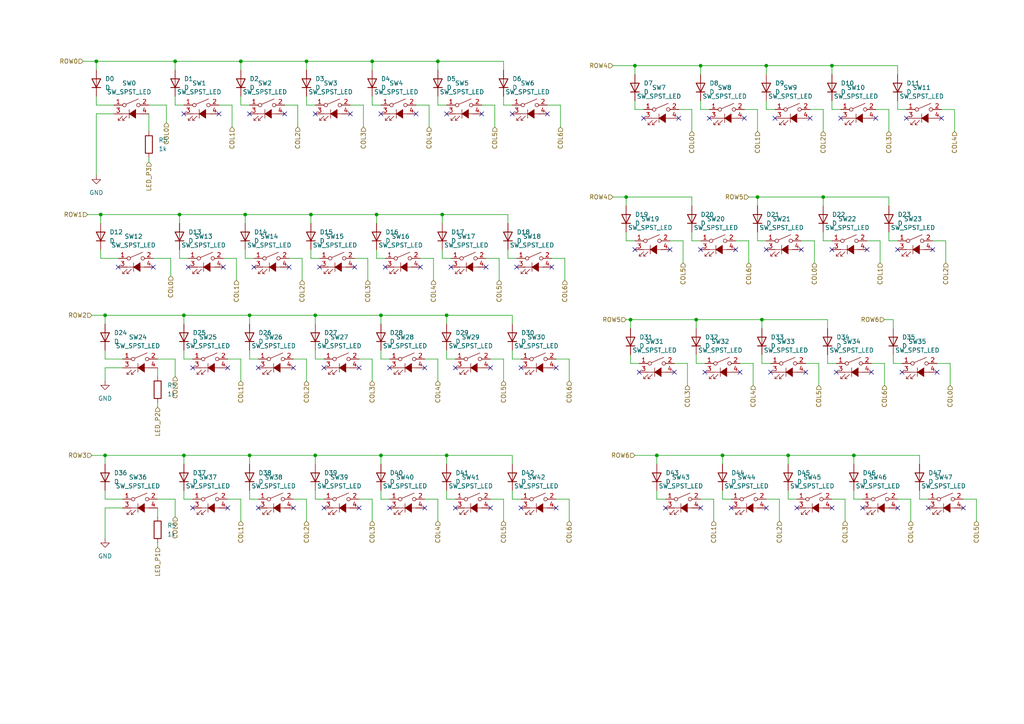
<source format=kicad_sch>
(kicad_sch (version 20230121) (generator eeschema)
  (paper "A4")
  (junction (at 209.55 132.08))
  (junction (at 228.6 132.08))
  (junction (at 30.48 91.44))
  (junction (at 72.39 91.44))
  (junction (at 53.34 91.44))
  (junction (at 220.98 92.71))
  (junction (at 110.49 132.08))
  (junction (at 203.2 19.05))
  (junction (at 88.9 17.78))
  (junction (at 72.39 132.08))
  (junction (at 190.5 132.08))
  (junction (at 52.07 62.23))
  (junction (at 241.3 19.05))
  (junction (at 91.44 132.08))
  (junction (at 201.93 92.71))
  (junction (at 181.61 57.15))
  (junction (at 50.8 17.78))
  (junction (at 219.71 57.15))
  (junction (at 127 17.78))
  (junction (at 53.34 132.08))
  (junction (at 222.25 19.05))
  (junction (at 129.54 132.08))
  (junction (at 29.21 62.23))
  (junction (at 184.15 19.05))
  (junction (at 27.94 17.78))
  (junction (at 107.95 17.78))
  (junction (at 91.44 91.44))
  (junction (at 129.54 91.44))
  (junction (at 238.76 57.15))
  (junction (at 30.48 132.08))
  (junction (at 182.88 92.71))
  (junction (at 90.17 62.23))
  (junction (at 71.12 62.23))
  (junction (at 128.27 62.23))
  (junction (at 247.65 132.08))
  (junction (at 110.49 91.44))
  (junction (at 69.85 17.78))
  (junction (at 109.22 62.23))
  (no_connect (at 273.05 34.29))
  (no_connect (at 139.7 33.02))
  (no_connect (at 130.81 77.47))
  (no_connect (at 262.89 34.29))
  (no_connect (at 151.13 106.68))
  (no_connect (at 104.14 106.68))
  (no_connect (at 93.98 147.32))
  (no_connect (at 85.09 147.32))
  (no_connect (at 55.88 106.68))
  (no_connect (at 184.15 72.39))
  (no_connect (at 73.66 77.47))
  (no_connect (at 132.08 106.68))
  (no_connect (at 140.97 77.47))
  (no_connect (at 91.44 33.02))
  (no_connect (at 74.93 147.32))
  (no_connect (at 120.65 33.02))
  (no_connect (at 214.63 107.95))
  (no_connect (at 129.54 33.02))
  (no_connect (at 110.49 33.02))
  (no_connect (at 63.5 33.02))
  (no_connect (at 270.51 72.39))
  (no_connect (at 223.52 107.95))
  (no_connect (at 243.84 34.29))
  (no_connect (at 241.3 147.32))
  (no_connect (at 54.61 77.47))
  (no_connect (at 123.19 147.32))
  (no_connect (at 232.41 72.39))
  (no_connect (at 113.03 147.32))
  (no_connect (at 203.2 147.32))
  (no_connect (at 142.24 147.32))
  (no_connect (at 231.14 147.32))
  (no_connect (at 82.55 33.02))
  (no_connect (at 260.35 72.39))
  (no_connect (at 44.45 77.47))
  (no_connect (at 269.24 147.32))
  (no_connect (at 72.39 33.02))
  (no_connect (at 93.98 106.68))
  (no_connect (at 102.87 77.47))
  (no_connect (at 161.29 106.68))
  (no_connect (at 260.35 147.32))
  (no_connect (at 204.47 107.95))
  (no_connect (at 85.09 106.68))
  (no_connect (at 215.9 34.29))
  (no_connect (at 224.79 34.29))
  (no_connect (at 74.93 106.68))
  (no_connect (at 222.25 147.32))
  (no_connect (at 158.75 33.02))
  (no_connect (at 123.19 106.68))
  (no_connect (at 252.73 107.95))
  (no_connect (at 271.78 107.95))
  (no_connect (at 212.09 147.32))
  (no_connect (at 213.36 72.39))
  (no_connect (at 53.34 33.02))
  (no_connect (at 194.31 72.39))
  (no_connect (at 160.02 77.47))
  (no_connect (at 66.04 147.32))
  (no_connect (at 242.57 107.95))
  (no_connect (at 195.58 107.95))
  (no_connect (at 203.2 72.39))
  (no_connect (at 151.13 147.32))
  (no_connect (at 196.85 34.29))
  (no_connect (at 149.86 77.47))
  (no_connect (at 142.24 106.68))
  (no_connect (at 251.46 72.39))
  (no_connect (at 121.92 77.47))
  (no_connect (at 233.68 107.95))
  (no_connect (at 254 34.29))
  (no_connect (at 185.42 107.95))
  (no_connect (at 66.04 106.68))
  (no_connect (at 34.29 77.47))
  (no_connect (at 261.62 107.95))
  (no_connect (at 279.4 147.32))
  (no_connect (at 161.29 147.32))
  (no_connect (at 148.59 33.02))
  (no_connect (at 55.88 147.32))
  (no_connect (at 250.19 147.32))
  (no_connect (at 83.82 77.47))
  (no_connect (at 241.3 72.39))
  (no_connect (at 234.95 34.29))
  (no_connect (at 64.77 77.47))
  (no_connect (at 101.6 33.02))
  (no_connect (at 111.76 77.47))
  (no_connect (at 193.04 147.32))
  (no_connect (at 186.69 34.29))
  (no_connect (at 113.03 106.68))
  (no_connect (at 104.14 147.32))
  (no_connect (at 205.74 34.29))
  (no_connect (at 92.71 77.47))
  (no_connect (at 132.08 147.32))
  (no_connect (at 222.25 72.39))
  (wire (pts (xy 201.93 105.41) (xy 204.47 105.41)))
  (wire (pts (xy 200.66 31.75) (xy 200.66 38.1)))
  (wire (pts (xy 260.35 29.21) (xy 260.35 31.75)))
  (wire (pts (xy 194.31 69.85) (xy 198.12 69.85)))
  (wire (pts (xy 109.22 72.39) (xy 109.22 74.93)))
  (wire (pts (xy 148.59 91.44) (xy 148.59 93.98)))
  (wire (pts (xy 209.55 132.08) (xy 209.55 134.62)))
  (wire (pts (xy 26.67 91.44) (xy 30.48 91.44)))
  (wire (pts (xy 139.7 30.48) (xy 143.51 30.48)))
  (wire (pts (xy 110.49 101.6) (xy 110.49 104.14)))
  (wire (pts (xy 30.48 91.44) (xy 53.34 91.44)))
  (wire (pts (xy 30.48 132.08) (xy 30.48 134.62)))
  (wire (pts (xy 165.1 144.78) (xy 165.1 151.13)))
  (wire (pts (xy 182.88 105.41) (xy 185.42 105.41)))
  (wire (pts (xy 222.25 19.05) (xy 222.25 21.59)))
  (wire (pts (xy 190.5 132.08) (xy 209.55 132.08)))
  (wire (pts (xy 222.25 144.78) (xy 226.06 144.78)))
  (wire (pts (xy 101.6 30.48) (xy 105.41 30.48)))
  (wire (pts (xy 91.44 144.78) (xy 93.98 144.78)))
  (wire (pts (xy 147.32 72.39) (xy 147.32 74.93)))
  (wire (pts (xy 222.25 31.75) (xy 224.79 31.75)))
  (wire (pts (xy 240.03 105.41) (xy 242.57 105.41)))
  (wire (pts (xy 107.95 17.78) (xy 127 17.78)))
  (wire (pts (xy 203.2 19.05) (xy 203.2 21.59)))
  (wire (pts (xy 53.34 91.44) (xy 53.34 93.98)))
  (wire (pts (xy 45.72 116.84) (xy 45.72 118.11)))
  (wire (pts (xy 142.24 104.14) (xy 146.05 104.14)))
  (wire (pts (xy 30.48 106.68) (xy 30.48 110.49)))
  (wire (pts (xy 234.95 31.75) (xy 238.76 31.75)))
  (wire (pts (xy 71.12 72.39) (xy 71.12 74.93)))
  (wire (pts (xy 276.86 31.75) (xy 276.86 38.1)))
  (wire (pts (xy 238.76 57.15) (xy 257.81 57.15)))
  (wire (pts (xy 50.8 27.94) (xy 50.8 30.48)))
  (wire (pts (xy 260.35 144.78) (xy 264.16 144.78)))
  (wire (pts (xy 255.27 69.85) (xy 255.27 76.2)))
  (wire (pts (xy 110.49 132.08) (xy 110.49 134.62)))
  (wire (pts (xy 283.21 144.78) (xy 283.21 151.13)))
  (wire (pts (xy 45.72 144.78) (xy 50.8 144.78)))
  (wire (pts (xy 196.85 31.75) (xy 200.66 31.75)))
  (wire (pts (xy 124.46 30.48) (xy 124.46 36.83)))
  (wire (pts (xy 44.45 74.93) (xy 49.53 74.93)))
  (wire (pts (xy 177.8 57.15) (xy 181.61 57.15)))
  (wire (pts (xy 181.61 92.71) (xy 182.88 92.71)))
  (wire (pts (xy 260.35 19.05) (xy 260.35 21.59)))
  (wire (pts (xy 107.95 30.48) (xy 110.49 30.48)))
  (wire (pts (xy 90.17 72.39) (xy 90.17 74.93)))
  (wire (pts (xy 43.18 33.02) (xy 43.18 38.1)))
  (wire (pts (xy 273.05 31.75) (xy 276.86 31.75)))
  (wire (pts (xy 232.41 69.85) (xy 236.22 69.85)))
  (wire (pts (xy 219.71 57.15) (xy 219.71 59.69)))
  (wire (pts (xy 220.98 105.41) (xy 223.52 105.41)))
  (wire (pts (xy 91.44 132.08) (xy 91.44 134.62)))
  (wire (pts (xy 142.24 144.78) (xy 146.05 144.78)))
  (wire (pts (xy 228.6 132.08) (xy 228.6 134.62)))
  (wire (pts (xy 181.61 57.15) (xy 181.61 59.69)))
  (wire (pts (xy 245.11 144.78) (xy 245.11 151.13)))
  (wire (pts (xy 147.32 62.23) (xy 147.32 64.77)))
  (wire (pts (xy 254 31.75) (xy 257.81 31.75)))
  (wire (pts (xy 72.39 132.08) (xy 72.39 134.62)))
  (wire (pts (xy 161.29 104.14) (xy 165.1 104.14)))
  (wire (pts (xy 90.17 62.23) (xy 109.22 62.23)))
  (wire (pts (xy 181.61 57.15) (xy 200.66 57.15)))
  (wire (pts (xy 50.8 30.48) (xy 53.34 30.48)))
  (wire (pts (xy 146.05 27.94) (xy 146.05 30.48)))
  (wire (pts (xy 71.12 62.23) (xy 71.12 64.77)))
  (wire (pts (xy 90.17 62.23) (xy 90.17 64.77)))
  (wire (pts (xy 66.04 104.14) (xy 69.85 104.14)))
  (wire (pts (xy 30.48 147.32) (xy 35.56 147.32)))
  (wire (pts (xy 106.68 74.93) (xy 106.68 81.28)))
  (wire (pts (xy 148.59 144.78) (xy 151.13 144.78)))
  (wire (pts (xy 72.39 101.6) (xy 72.39 104.14)))
  (wire (pts (xy 88.9 27.94) (xy 88.9 30.48)))
  (wire (pts (xy 181.61 67.31) (xy 181.61 69.85)))
  (wire (pts (xy 146.05 30.48) (xy 148.59 30.48)))
  (wire (pts (xy 27.94 30.48) (xy 33.02 30.48)))
  (wire (pts (xy 209.55 132.08) (xy 228.6 132.08)))
  (wire (pts (xy 50.8 17.78) (xy 50.8 20.32)))
  (wire (pts (xy 88.9 17.78) (xy 88.9 20.32)))
  (wire (pts (xy 129.54 142.24) (xy 129.54 144.78)))
  (wire (pts (xy 107.95 104.14) (xy 107.95 110.49)))
  (wire (pts (xy 203.2 144.78) (xy 207.01 144.78)))
  (wire (pts (xy 127 144.78) (xy 127 151.13)))
  (wire (pts (xy 146.05 104.14) (xy 146.05 110.49)))
  (wire (pts (xy 140.97 74.93) (xy 144.78 74.93)))
  (wire (pts (xy 213.36 69.85) (xy 217.17 69.85)))
  (wire (pts (xy 148.59 101.6) (xy 148.59 104.14)))
  (wire (pts (xy 125.73 74.93) (xy 125.73 81.28)))
  (wire (pts (xy 233.68 105.41) (xy 237.49 105.41)))
  (wire (pts (xy 53.34 101.6) (xy 53.34 104.14)))
  (wire (pts (xy 91.44 104.14) (xy 93.98 104.14)))
  (wire (pts (xy 257.81 57.15) (xy 257.81 59.69)))
  (wire (pts (xy 25.4 62.23) (xy 29.21 62.23)))
  (wire (pts (xy 163.83 74.93) (xy 163.83 81.28)))
  (wire (pts (xy 259.08 105.41) (xy 261.62 105.41)))
  (wire (pts (xy 203.2 29.21) (xy 203.2 31.75)))
  (wire (pts (xy 53.34 132.08) (xy 53.34 134.62)))
  (wire (pts (xy 146.05 144.78) (xy 146.05 151.13)))
  (wire (pts (xy 69.85 144.78) (xy 69.85 151.13)))
  (wire (pts (xy 53.34 142.24) (xy 53.34 144.78)))
  (wire (pts (xy 127 30.48) (xy 129.54 30.48)))
  (wire (pts (xy 247.65 142.24) (xy 247.65 144.78)))
  (wire (pts (xy 128.27 62.23) (xy 147.32 62.23)))
  (wire (pts (xy 219.71 67.31) (xy 219.71 69.85)))
  (wire (pts (xy 86.36 30.48) (xy 86.36 36.83)))
  (wire (pts (xy 50.8 104.14) (xy 50.8 109.22)))
  (wire (pts (xy 228.6 144.78) (xy 231.14 144.78)))
  (wire (pts (xy 50.8 17.78) (xy 69.85 17.78)))
  (wire (pts (xy 109.22 74.93) (xy 111.76 74.93)))
  (wire (pts (xy 83.82 74.93) (xy 87.63 74.93)))
  (wire (pts (xy 220.98 102.87) (xy 220.98 105.41)))
  (wire (pts (xy 30.48 104.14) (xy 35.56 104.14)))
  (wire (pts (xy 52.07 72.39) (xy 52.07 74.93)))
  (wire (pts (xy 226.06 144.78) (xy 226.06 151.13)))
  (wire (pts (xy 219.71 69.85) (xy 222.25 69.85)))
  (wire (pts (xy 182.88 92.71) (xy 182.88 95.25)))
  (wire (pts (xy 148.59 142.24) (xy 148.59 144.78)))
  (wire (pts (xy 199.39 105.41) (xy 199.39 111.76)))
  (wire (pts (xy 240.03 102.87) (xy 240.03 105.41)))
  (wire (pts (xy 271.78 105.41) (xy 275.59 105.41)))
  (wire (pts (xy 127 104.14) (xy 127 110.49)))
  (wire (pts (xy 53.34 91.44) (xy 72.39 91.44)))
  (wire (pts (xy 88.9 30.48) (xy 91.44 30.48)))
  (wire (pts (xy 110.49 91.44) (xy 110.49 93.98)))
  (wire (pts (xy 69.85 17.78) (xy 88.9 17.78)))
  (wire (pts (xy 127 17.78) (xy 127 20.32)))
  (wire (pts (xy 72.39 144.78) (xy 74.93 144.78)))
  (wire (pts (xy 259.08 92.71) (xy 259.08 95.25)))
  (wire (pts (xy 128.27 74.93) (xy 130.81 74.93)))
  (wire (pts (xy 104.14 144.78) (xy 107.95 144.78)))
  (wire (pts (xy 274.32 69.85) (xy 274.32 76.2)))
  (wire (pts (xy 49.53 74.93) (xy 49.53 80.01)))
  (wire (pts (xy 238.76 67.31) (xy 238.76 69.85)))
  (wire (pts (xy 251.46 69.85) (xy 255.27 69.85)))
  (wire (pts (xy 165.1 104.14) (xy 165.1 110.49)))
  (wire (pts (xy 110.49 104.14) (xy 113.03 104.14)))
  (wire (pts (xy 148.59 132.08) (xy 148.59 134.62)))
  (wire (pts (xy 27.94 17.78) (xy 27.94 20.32)))
  (wire (pts (xy 110.49 144.78) (xy 113.03 144.78)))
  (wire (pts (xy 69.85 104.14) (xy 69.85 110.49)))
  (wire (pts (xy 71.12 74.93) (xy 73.66 74.93)))
  (wire (pts (xy 247.65 132.08) (xy 266.7 132.08)))
  (wire (pts (xy 72.39 104.14) (xy 74.93 104.14)))
  (wire (pts (xy 87.63 74.93) (xy 87.63 81.28)))
  (wire (pts (xy 143.51 30.48) (xy 143.51 36.83)))
  (wire (pts (xy 236.22 69.85) (xy 236.22 76.2)))
  (wire (pts (xy 88.9 17.78) (xy 107.95 17.78)))
  (wire (pts (xy 43.18 45.72) (xy 43.18 46.99)))
  (wire (pts (xy 162.56 30.48) (xy 162.56 36.83)))
  (wire (pts (xy 129.54 101.6) (xy 129.54 104.14)))
  (wire (pts (xy 27.94 27.94) (xy 27.94 30.48)))
  (wire (pts (xy 222.25 29.21) (xy 222.25 31.75)))
  (wire (pts (xy 270.51 69.85) (xy 274.32 69.85)))
  (wire (pts (xy 219.71 31.75) (xy 219.71 38.1)))
  (wire (pts (xy 146.05 17.78) (xy 146.05 20.32)))
  (wire (pts (xy 257.81 31.75) (xy 257.81 38.1)))
  (wire (pts (xy 27.94 17.78) (xy 50.8 17.78)))
  (wire (pts (xy 144.78 74.93) (xy 144.78 81.28)))
  (wire (pts (xy 160.02 74.93) (xy 163.83 74.93)))
  (wire (pts (xy 203.2 19.05) (xy 222.25 19.05)))
  (wire (pts (xy 209.55 144.78) (xy 212.09 144.78)))
  (wire (pts (xy 91.44 91.44) (xy 91.44 93.98)))
  (wire (pts (xy 129.54 104.14) (xy 132.08 104.14)))
  (wire (pts (xy 27.94 33.02) (xy 27.94 50.8)))
  (wire (pts (xy 29.21 74.93) (xy 34.29 74.93)))
  (wire (pts (xy 252.73 105.41) (xy 256.54 105.41)))
  (wire (pts (xy 107.95 17.78) (xy 107.95 20.32)))
  (wire (pts (xy 266.7 132.08) (xy 266.7 134.62)))
  (wire (pts (xy 85.09 104.14) (xy 88.9 104.14)))
  (wire (pts (xy 259.08 102.87) (xy 259.08 105.41)))
  (wire (pts (xy 201.93 92.71) (xy 201.93 95.25)))
  (wire (pts (xy 147.32 74.93) (xy 149.86 74.93)))
  (wire (pts (xy 30.48 132.08) (xy 53.34 132.08)))
  (wire (pts (xy 266.7 142.24) (xy 266.7 144.78)))
  (wire (pts (xy 102.87 74.93) (xy 106.68 74.93)))
  (wire (pts (xy 198.12 69.85) (xy 198.12 76.2)))
  (wire (pts (xy 53.34 104.14) (xy 55.88 104.14)))
  (wire (pts (xy 195.58 105.41) (xy 199.39 105.41)))
  (wire (pts (xy 71.12 62.23) (xy 90.17 62.23)))
  (wire (pts (xy 26.67 132.08) (xy 30.48 132.08)))
  (wire (pts (xy 214.63 105.41) (xy 218.44 105.41)))
  (wire (pts (xy 129.54 144.78) (xy 132.08 144.78)))
  (wire (pts (xy 257.81 69.85) (xy 260.35 69.85)))
  (wire (pts (xy 123.19 144.78) (xy 127 144.78)))
  (wire (pts (xy 279.4 144.78) (xy 283.21 144.78)))
  (wire (pts (xy 190.5 144.78) (xy 193.04 144.78)))
  (wire (pts (xy 121.92 74.93) (xy 125.73 74.93)))
  (wire (pts (xy 240.03 92.71) (xy 240.03 95.25)))
  (wire (pts (xy 64.77 74.93) (xy 68.58 74.93)))
  (wire (pts (xy 220.98 92.71) (xy 240.03 92.71)))
  (wire (pts (xy 123.19 104.14) (xy 127 104.14)))
  (wire (pts (xy 30.48 147.32) (xy 30.48 156.21)))
  (wire (pts (xy 27.94 33.02) (xy 33.02 33.02)))
  (wire (pts (xy 109.22 62.23) (xy 128.27 62.23)))
  (wire (pts (xy 190.5 132.08) (xy 190.5 134.62)))
  (wire (pts (xy 53.34 144.78) (xy 55.88 144.78)))
  (wire (pts (xy 127 17.78) (xy 146.05 17.78)))
  (wire (pts (xy 88.9 104.14) (xy 88.9 110.49)))
  (wire (pts (xy 91.44 101.6) (xy 91.44 104.14)))
  (wire (pts (xy 184.15 132.08) (xy 190.5 132.08)))
  (wire (pts (xy 88.9 144.78) (xy 88.9 151.13)))
  (wire (pts (xy 260.35 31.75) (xy 262.89 31.75)))
  (wire (pts (xy 217.17 57.15) (xy 219.71 57.15)))
  (wire (pts (xy 184.15 31.75) (xy 186.69 31.75)))
  (wire (pts (xy 52.07 62.23) (xy 71.12 62.23)))
  (wire (pts (xy 30.48 106.68) (xy 35.56 106.68)))
  (wire (pts (xy 256.54 92.71) (xy 259.08 92.71)))
  (wire (pts (xy 68.58 74.93) (xy 68.58 81.28)))
  (wire (pts (xy 30.48 144.78) (xy 35.56 144.78)))
  (wire (pts (xy 129.54 132.08) (xy 129.54 134.62)))
  (wire (pts (xy 177.8 19.05) (xy 184.15 19.05)))
  (wire (pts (xy 215.9 31.75) (xy 219.71 31.75)))
  (wire (pts (xy 217.17 69.85) (xy 217.17 76.2)))
  (wire (pts (xy 200.66 69.85) (xy 203.2 69.85)))
  (wire (pts (xy 129.54 91.44) (xy 148.59 91.44)))
  (wire (pts (xy 182.88 102.87) (xy 182.88 105.41)))
  (wire (pts (xy 110.49 142.24) (xy 110.49 144.78)))
  (wire (pts (xy 43.18 30.48) (xy 48.26 30.48)))
  (wire (pts (xy 109.22 62.23) (xy 109.22 64.77)))
  (wire (pts (xy 128.27 72.39) (xy 128.27 74.93)))
  (wire (pts (xy 241.3 144.78) (xy 245.11 144.78)))
  (wire (pts (xy 90.17 74.93) (xy 92.71 74.93)))
  (wire (pts (xy 29.21 72.39) (xy 29.21 74.93)))
  (wire (pts (xy 241.3 19.05) (xy 260.35 19.05)))
  (wire (pts (xy 181.61 69.85) (xy 184.15 69.85)))
  (wire (pts (xy 238.76 69.85) (xy 241.3 69.85)))
  (wire (pts (xy 184.15 29.21) (xy 184.15 31.75)))
  (wire (pts (xy 85.09 144.78) (xy 88.9 144.78)))
  (wire (pts (xy 30.48 91.44) (xy 30.48 93.98)))
  (wire (pts (xy 52.07 74.93) (xy 54.61 74.93)))
  (wire (pts (xy 45.72 104.14) (xy 50.8 104.14)))
  (wire (pts (xy 110.49 132.08) (xy 129.54 132.08)))
  (wire (pts (xy 161.29 144.78) (xy 165.1 144.78)))
  (wire (pts (xy 264.16 144.78) (xy 264.16 151.13)))
  (wire (pts (xy 228.6 142.24) (xy 228.6 144.78)))
  (wire (pts (xy 220.98 92.71) (xy 220.98 95.25)))
  (wire (pts (xy 200.66 57.15) (xy 200.66 59.69)))
  (wire (pts (xy 66.04 144.78) (xy 69.85 144.78)))
  (wire (pts (xy 45.72 157.48) (xy 45.72 158.75)))
  (wire (pts (xy 128.27 62.23) (xy 128.27 64.77)))
  (wire (pts (xy 275.59 105.41) (xy 275.59 111.76)))
  (wire (pts (xy 110.49 91.44) (xy 129.54 91.44)))
  (wire (pts (xy 127 27.94) (xy 127 30.48)))
  (wire (pts (xy 82.55 30.48) (xy 86.36 30.48)))
  (wire (pts (xy 207.01 144.78) (xy 207.01 151.13)))
  (wire (pts (xy 228.6 132.08) (xy 247.65 132.08)))
  (wire (pts (xy 237.49 105.41) (xy 237.49 111.76)))
  (wire (pts (xy 257.81 67.31) (xy 257.81 69.85)))
  (wire (pts (xy 120.65 30.48) (xy 124.46 30.48)))
  (wire (pts (xy 50.8 144.78) (xy 50.8 149.86)))
  (wire (pts (xy 91.44 142.24) (xy 91.44 144.78)))
  (wire (pts (xy 201.93 102.87) (xy 201.93 105.41)))
  (wire (pts (xy 53.34 132.08) (xy 72.39 132.08)))
  (wire (pts (xy 104.14 104.14) (xy 107.95 104.14)))
  (wire (pts (xy 72.39 142.24) (xy 72.39 144.78)))
  (wire (pts (xy 72.39 91.44) (xy 91.44 91.44)))
  (wire (pts (xy 219.71 57.15) (xy 238.76 57.15)))
  (wire (pts (xy 247.65 132.08) (xy 247.65 134.62)))
  (wire (pts (xy 247.65 144.78) (xy 250.19 144.78)))
  (wire (pts (xy 45.72 106.68) (xy 45.72 109.22)))
  (wire (pts (xy 72.39 91.44) (xy 72.39 93.98)))
  (wire (pts (xy 222.25 19.05) (xy 241.3 19.05)))
  (wire (pts (xy 30.48 101.6) (xy 30.48 104.14)))
  (wire (pts (xy 105.41 30.48) (xy 105.41 36.83)))
  (wire (pts (xy 72.39 132.08) (xy 91.44 132.08)))
  (wire (pts (xy 91.44 91.44) (xy 110.49 91.44)))
  (wire (pts (xy 238.76 31.75) (xy 238.76 38.1)))
  (wire (pts (xy 203.2 31.75) (xy 205.74 31.75)))
  (wire (pts (xy 209.55 142.24) (xy 209.55 144.78)))
  (wire (pts (xy 184.15 19.05) (xy 184.15 21.59)))
  (wire (pts (xy 200.66 67.31) (xy 200.66 69.85)))
  (wire (pts (xy 69.85 17.78) (xy 69.85 20.32)))
  (wire (pts (xy 91.44 132.08) (xy 110.49 132.08)))
  (wire (pts (xy 129.54 91.44) (xy 129.54 93.98)))
  (wire (pts (xy 190.5 142.24) (xy 190.5 144.78)))
  (wire (pts (xy 48.26 30.48) (xy 48.26 35.56)))
  (wire (pts (xy 158.75 30.48) (xy 162.56 30.48)))
  (wire (pts (xy 63.5 30.48) (xy 67.31 30.48)))
  (wire (pts (xy 45.72 147.32) (xy 45.72 149.86)))
  (wire (pts (xy 30.48 142.24) (xy 30.48 144.78)))
  (wire (pts (xy 69.85 27.94) (xy 69.85 30.48)))
  (wire (pts (xy 107.95 144.78) (xy 107.95 151.13)))
  (wire (pts (xy 24.13 17.78) (xy 27.94 17.78)))
  (wire (pts (xy 129.54 132.08) (xy 148.59 132.08)))
  (wire (pts (xy 52.07 62.23) (xy 52.07 64.77)))
  (wire (pts (xy 29.21 62.23) (xy 52.07 62.23)))
  (wire (pts (xy 182.88 92.71) (xy 201.93 92.71)))
  (wire (pts (xy 67.31 30.48) (xy 67.31 36.83)))
  (wire (pts (xy 218.44 105.41) (xy 218.44 111.76)))
  (wire (pts (xy 184.15 19.05) (xy 203.2 19.05)))
  (wire (pts (xy 107.95 27.94) (xy 107.95 30.48)))
  (wire (pts (xy 266.7 144.78) (xy 269.24 144.78)))
  (wire (pts (xy 241.3 29.21) (xy 241.3 31.75)))
  (wire (pts (xy 201.93 92.71) (xy 220.98 92.71)))
  (wire (pts (xy 241.3 31.75) (xy 243.84 31.75)))
  (wire (pts (xy 238.76 57.15) (xy 238.76 59.69)))
  (wire (pts (xy 69.85 30.48) (xy 72.39 30.48)))
  (wire (pts (xy 256.54 105.41) (xy 256.54 111.76)))
  (wire (pts (xy 148.59 104.14) (xy 151.13 104.14)))
  (wire (pts (xy 29.21 62.23) (xy 29.21 64.77)))
  (wire (pts (xy 241.3 19.05) (xy 241.3 21.59)))
  (hierarchical_label "ROW3" (shape input) (at 26.67 132.08 180))
  (hierarchical_label "COL0" (shape input) (at 50.8 109.22 270))
  (hierarchical_label "COL6" (shape input) (at 256.54 111.76 270))
  (hierarchical_label "COL1" (shape input) (at 255.27 76.2 270))
  (hierarchical_label "COL2" (shape input) (at 87.63 81.28 270))
  (hierarchical_label "COL5" (shape input) (at 198.12 76.2 270))
  (hierarchical_label "COL4" (shape input) (at 218.44 111.76 270))
  (hierarchical_label "ROW6" (shape input) (at 184.15 132.08 180))
  (hierarchical_label "COL4" (shape input) (at 125.73 81.28 270))
  (hierarchical_label "ROW5" (shape input) (at 181.61 92.71 180))
  (hierarchical_label "COL1" (shape input) (at 69.85 110.49 270))
  (hierarchical_label "COL3" (shape input) (at 107.95 151.13 270))
  (hierarchical_label "COL2" (shape input) (at 86.36 36.83 270))
  (hierarchical_label "COL2" (shape input) (at 274.32 76.2 270))
  (hierarchical_label "COL1" (shape input) (at 219.71 38.1 270))
  (hierarchical_label "COL3" (shape input) (at 245.11 151.13 270))
  (hierarchical_label "COL2" (shape input) (at 88.9 110.49 270))
  (hierarchical_label "COL4" (shape input) (at 124.46 36.83 270))
  (hierarchical_label "COL4" (shape input) (at 264.16 151.13 270))
  (hierarchical_label "COL6" (shape input) (at 162.56 36.83 270))
  (hierarchical_label "ROW0" (shape input) (at 24.13 17.78 180))
  (hierarchical_label "COL5" (shape input) (at 237.49 111.76 270))
  (hierarchical_label "COL2" (shape input) (at 226.06 151.13 270))
  (hierarchical_label "COL0" (shape input) (at 236.22 76.2 270))
  (hierarchical_label "COL3" (shape input) (at 105.41 36.83 270))
  (hierarchical_label "COL0" (shape input) (at 48.26 35.56 270))
  (hierarchical_label "COL1" (shape input) (at 67.31 36.83 270))
  (hierarchical_label "COL3" (shape input) (at 199.39 111.76 270))
  (hierarchical_label "COL5" (shape input) (at 146.05 151.13 270))
  (hierarchical_label "COL5" (shape input) (at 144.78 81.28 270))
  (hierarchical_label "COL1" (shape input) (at 69.85 151.13 270))
  (hierarchical_label "LED_P1" (shape input) (at 45.72 158.75 270))
  (hierarchical_label "ROW5" (shape input) (at 217.17 57.15 180))
  (hierarchical_label "COL4" (shape input) (at 127 151.13 270))
  (hierarchical_label "COL2" (shape input) (at 238.76 38.1 270))
  (hierarchical_label "COL4" (shape input) (at 127 110.49 270))
  (hierarchical_label "COL6" (shape input) (at 165.1 151.13 270))
  (hierarchical_label "COL5" (shape input) (at 143.51 36.83 270))
  (hierarchical_label "COL0" (shape input) (at 49.53 80.01 270))
  (hierarchical_label "COL1" (shape input) (at 207.01 151.13 270))
  (hierarchical_label "ROW4" (shape input) (at 177.8 57.15 180))
  (hierarchical_label "ROW6" (shape input) (at 256.54 92.71 180))
  (hierarchical_label "ROW1" (shape input) (at 25.4 62.23 180))
  (hierarchical_label "COL3" (shape input) (at 257.81 38.1 270))
  (hierarchical_label "COL5" (shape input) (at 283.21 151.13 270))
  (hierarchical_label "LED_P2" (shape input) (at 45.72 118.11 270))
  (hierarchical_label "COL0" (shape input) (at 275.59 111.76 270))
  (hierarchical_label "ROW2" (shape input) (at 26.67 91.44 180))
  (hierarchical_label "COL6" (shape input) (at 165.1 110.49 270))
  (hierarchical_label "COL1" (shape input) (at 68.58 81.28 270))
  (hierarchical_label "LED_P3" (shape input) (at 43.18 46.99 270))
  (hierarchical_label "COL0" (shape input) (at 200.66 38.1 270))
  (hierarchical_label "COL6" (shape input) (at 163.83 81.28 270))
  (hierarchical_label "COL4" (shape input) (at 276.86 38.1 270))
  (hierarchical_label "COL6" (shape input) (at 217.17 76.2 270))
  (hierarchical_label "COL2" (shape input) (at 88.9 151.13 270))
  (hierarchical_label "ROW4" (shape input) (at 177.8 19.05 180))
  (hierarchical_label "COL3" (shape input) (at 106.68 81.28 270))
  (hierarchical_label "COL0" (shape input) (at 50.8 149.86 270))
  (hierarchical_label "COL5" (shape input) (at 146.05 110.49 270))
  (hierarchical_label "COL3" (shape input) (at 107.95 110.49 270))
  (symbol (lib_id "Device:D") (at 50.8 24.13 90) (unit 1)
    (property "Reference" "D1" (at 53.34 22.86 90) (effects (justify right)))
    (property "Value" "D" (at 53.34 25.4 90) (effects (justify right)))
    (property "Footprint" "Diode_SMD:D_SOD-523" (effects hide))
    (property "Sim.Device" "D" (effects hide))
    (property "Sim.Pins" "1=K 2=A" (effects hide))
  )
  (symbol (lib_id "Device:D") (at 219.71 63.5 90) (unit 1)
    (property "Reference" "D21" (at 222.25 62.23 90) (effects (justify right)))
    (property "Value" "D" (at 222.25 64.77 90) (effects (justify right)))
    (property "Footprint" "Diode_SMD:D_SOD-523" (effects hide))
    (property "Sim.Device" "D" (effects hide))
    (property "Sim.Pins" "1=K 2=A" (effects hide))
  )
  (symbol (lib_id "Device:D") (at 247.65 138.43 90) (unit 1)
    (property "Reference" "D46" (at 250.19 137.16 90) (effects (justify right)))
    (property "Value" "D" (at 250.19 139.7 90) (effects (justify right)))
    (property "Footprint" "Diode_SMD:D_SOD-523" (effects hide))
    (property "Sim.Device" "D" (effects hide))
    (property "Sim.Pins" "1=K 2=A" (effects hide))
  )
  (symbol (lib_id "Switch:SW_SPST_LED") (at 255.27 147.32 0) (unit 1)
    (property "Reference" "SW46" (at 254.635 138.43 0))
    (property "Value" "SW_SPST_LED" (at 254.635 140.97 0))
    (property "Footprint" "planck_keyboard:SW_Cherry_MX_LowProfile_1.00u_PCB_V2" (effects hide))
  )
  (symbol (lib_id "Device:D") (at 184.15 25.4 90) (unit 1)
    (property "Reference" "D7" (at 186.69 24.13 90) (effects (justify right)))
    (property "Value" "D" (at 186.69 26.67 90) (effects (justify right)))
    (property "Footprint" "Diode_SMD:D_SOD-523" (effects hide))
    (property "Sim.Device" "D" (effects hide))
    (property "Sim.Pins" "1=K 2=A" (effects hide))
  )
  (symbol (lib_id "Device:D") (at 241.3 25.4 90) (unit 1)
    (property "Reference" "D10" (at 243.84 24.13 90) (effects (justify right)))
    (property "Value" "D" (at 243.84 26.67 90) (effects (justify right)))
    (property "Footprint" "Diode_SMD:D_SOD-523" (effects hide))
    (property "Sim.Device" "D" (effects hide))
    (property "Sim.Pins" "1=K 2=A" (effects hide))
  )
  (symbol (lib_id "Device:D") (at 181.61 63.5 90) (unit 1)
    (property "Reference" "D19" (at 184.15 62.23 90) (effects (justify right)))
    (property "Value" "D" (at 184.15 64.77 90) (effects (justify right)))
    (property "Footprint" "Diode_SMD:D_SOD-523" (effects hide))
    (property "Sim.Device" "D" (effects hide))
    (property "Sim.Pins" "1=K 2=A" (effects hide))
  )
  (symbol (lib_id "Device:D") (at 222.25 25.4 90) (unit 1)
    (property "Reference" "D9" (at 224.79 24.13 90) (effects (justify right)))
    (property "Value" "D" (at 224.79 26.67 90) (effects (justify right)))
    (property "Footprint" "Diode_SMD:D_SOD-523" (effects hide))
    (property "Sim.Device" "D" (effects hide))
    (property "Sim.Pins" "1=K 2=A" (effects hide))
  )
  (symbol (lib_id "Switch:SW_SPST_LED") (at 229.87 34.29 0) (unit 1)
    (property "Reference" "SW9" (at 229.235 25.4 0))
    (property "Value" "SW_SPST_LED" (at 229.235 27.94 0))
    (property "Footprint" "planck_keyboard:SW_Cherry_MX_LowProfile_1.00u_PCB_V2" (effects hide))
  )
  (symbol (lib_id "Switch:SW_SPST_LED") (at 153.67 33.02 0) (unit 1)
    (property "Reference" "SW6" (at 153.035 24.13 0))
    (property "Value" "SW_SPST_LED" (at 153.035 26.67 0))
    (property "Footprint" "planck_keyboard:SW_Cherry_MX_LowProfile_1.00u_PCB_V2" (effects hide))
  )
  (symbol (lib_id "Switch:SW_SPST_LED") (at 58.42 33.02 0) (unit 1)
    (property "Reference" "SW1" (at 57.785 24.13 0))
    (property "Value" "SW_SPST_LED" (at 57.785 26.67 0))
    (property "Footprint" "planck_keyboard:SW_Cherry_MX_LowProfile_1.00u_PCB_V2" (effects hide))
  )
  (symbol (lib_id "Switch:SW_SPST_LED") (at 189.23 72.39 0) (unit 1)
    (property "Reference" "SW19" (at 188.595 63.5 0))
    (property "Value" "SW_SPST_LED" (at 188.595 66.04 0))
    (property "Footprint" "planck_keyboard:SW_Cherry_MX_LowProfile_1.00u_PCB_V2" (effects hide))
  )
  (symbol (lib_id "Device:R") (at 45.72 153.67 180) (unit 1)
    (property "Reference" "R5" (at 48.514 152.4 0) (effects (justify right)))
    (property "Value" "1k" (at 48.514 154.94 0) (effects (justify right)))
    (property "Footprint" "Resistor_SMD:R_0603_1608Metric_Pad0.98x0.95mm_HandSolder" (effects hide))
    (instances (project "planck_keyboard" (path "" (reference "R5") (unit 1)) (path "" (reference "R16") (unit 1))))
  )
  (symbol (lib_id "Device:D") (at 72.39 97.79 90) (unit 1)
    (property "Reference" "D26" (at 74.93 96.52 90) (effects (justify right)))
    (property "Value" "D" (at 74.93 99.06 90) (effects (justify right)))
    (property "Footprint" "Diode_SMD:D_SOD-523" (effects hide))
    (property "Sim.Device" "D" (effects hide))
    (property "Sim.Pins" "1=K 2=A" (effects hide))
  )
  (symbol (lib_id "Device:D") (at 148.59 97.79 90) (unit 1)
    (property "Reference" "D30" (at 151.13 96.52 90) (effects (justify right)))
    (property "Value" "D" (at 151.13 99.06 90) (effects (justify right)))
    (property "Footprint" "Diode_SMD:D_SOD-523" (effects hide))
    (property "Sim.Device" "D" (effects hide))
    (property "Sim.Pins" "1=K 2=A" (effects hide))
  )
  (symbol (lib_id "Device:D") (at 29.21 68.58 90) (unit 1)
    (property "Reference" "D12" (at 31.75 67.31 90) (effects (justify right)))
    (property "Value" "D" (at 31.75 69.85 90) (effects (justify right)))
    (property "Footprint" "Diode_SMD:D_SOD-523" (effects hide))
    (property "Sim.Device" "D" (effects hide))
    (property "Sim.Pins" "1=K 2=A" (effects hide))
  )
  (symbol (lib_id "Switch:SW_SPST_LED") (at 118.11 106.68 0) (unit 1)
    (property "Reference" "SW28" (at 117.475 97.79 0))
    (property "Value" "SW_SPST_LED" (at 117.475 100.33 0))
    (property "Footprint" "planck_keyboard:SW_Cherry_MX_LowProfile_1.00u_PCB_V2" (effects hide))
  )
  (symbol (lib_id "Switch:SW_SPST_LED") (at 209.55 107.95 0) (unit 1)
    (property "Reference" "SW32" (at 208.915 99.06 0))
    (property "Value" "SW_SPST_LED" (at 208.915 101.6 0))
    (property "Footprint" "planck_keyboard:SW_Cherry_MX_LowProfile_1.00u_PCB_V2" (effects hide))
  )
  (symbol (lib_id "Switch:SW_SPST_LED") (at 246.38 72.39 0) (unit 1)
    (property "Reference" "SW22" (at 245.745 63.5 0))
    (property "Value" "SW_SPST_LED" (at 245.745 66.04 0))
    (property "Footprint" "planck_keyboard:SW_Cherry_MX_LowProfile_1.00u_PCB_V2" (effects hide))
  )
  (symbol (lib_id "Switch:SW_SPST_LED") (at 265.43 72.39 0) (unit 1)
    (property "Reference" "SW23" (at 264.795 63.5 0))
    (property "Value" "SW_SPST_LED" (at 264.795 66.04 0))
    (property "Footprint" "planck_keyboard:SW_Cherry_MX_LowProfile_1.00u_PCB_V2" (effects hide))
  )
  (symbol (lib_id "Switch:SW_SPST_LED") (at 228.6 107.95 0) (unit 1)
    (property "Reference" "SW33" (at 227.965 99.06 0))
    (property "Value" "SW_SPST_LED" (at 227.965 101.6 0))
    (property "Footprint" "planck_keyboard:SW_Cherry_MX_LowProfile_1.00u_PCB_V2" (effects hide))
  )
  (symbol (lib_id "Switch:SW_SPST_LED") (at 99.06 106.68 0) (unit 1)
    (property "Reference" "SW27" (at 98.425 97.79 0))
    (property "Value" "SW_SPST_LED" (at 98.425 100.33 0))
    (property "Footprint" "planck_keyboard:SW_Cherry_MX_LowProfile_1.00u_PCB_V2" (effects hide))
  )
  (symbol (lib_id "Device:D") (at 190.5 138.43 90) (unit 1)
    (property "Reference" "D43" (at 193.04 137.16 90) (effects (justify right)))
    (property "Value" "D" (at 193.04 139.7 90) (effects (justify right)))
    (property "Footprint" "Diode_SMD:D_SOD-523" (effects hide))
    (property "Sim.Device" "D" (effects hide))
    (property "Sim.Pins" "1=K 2=A" (effects hide))
  )
  (symbol (lib_id "Device:D") (at 129.54 97.79 90) (unit 1)
    (property "Reference" "D29" (at 132.08 96.52 90) (effects (justify right)))
    (property "Value" "D" (at 132.08 99.06 90) (effects (justify right)))
    (property "Footprint" "Diode_SMD:D_SOD-523" (effects hide))
    (property "Sim.Device" "D" (effects hide))
    (property "Sim.Pins" "1=K 2=A" (effects hide))
  )
  (symbol (lib_id "Switch:SW_SPST_LED") (at 274.32 147.32 0) (unit 1)
    (property "Reference" "SW47" (at 273.685 138.43 0))
    (property "Value" "SW_SPST_LED" (at 273.685 140.97 0))
    (property "Footprint" "planck_keyboard:SW_Cherry_MX_LowProfile_1.00u_PCB_V2" (effects hide))
  )
  (symbol (lib_id "Switch:SW_SPST_LED") (at 80.01 147.32 0) (unit 1)
    (property "Reference" "SW38" (at 79.375 138.43 0))
    (property "Value" "SW_SPST_LED" (at 79.375 140.97 0))
    (property "Footprint" "planck_keyboard:SW_Cherry_MX_LowProfile_1.00u_PCB_V2" (effects hide))
  )
  (symbol (lib_id "Device:D") (at 182.88 99.06 90) (unit 1)
    (property "Reference" "D31" (at 185.42 97.79 90) (effects (justify right)))
    (property "Value" "D" (at 185.42 100.33 90) (effects (justify right)))
    (property "Footprint" "Diode_SMD:D_SOD-523" (effects hide))
    (property "Sim.Device" "D" (effects hide))
    (property "Sim.Pins" "1=K 2=A" (effects hide))
  )
  (symbol (lib_id "Switch:SW_SPST_LED") (at 97.79 77.47 0) (unit 1)
    (property "Reference" "SW15" (at 97.155 68.58 0))
    (property "Value" "SW_SPST_LED" (at 97.155 71.12 0))
    (property "Footprint" "planck_keyboard:SW_Cherry_MX_LowProfile_1.00u_PCB_V2" (effects hide))
  )
  (symbol (lib_id "Switch:SW_SPST_LED") (at 154.94 77.47 0) (unit 1)
    (property "Reference" "SW18" (at 154.305 68.58 0))
    (property "Value" "SW_SPST_LED" (at 154.305 71.12 0))
    (property "Footprint" "planck_keyboard:SW_Cherry_MX_LowProfile_1.00u_PCB_V2" (effects hide))
  )
  (symbol (lib_id "Switch:SW_SPST_LED") (at 116.84 77.47 0) (unit 1)
    (property "Reference" "SW16" (at 116.205 68.58 0))
    (property "Value" "SW_SPST_LED" (at 116.205 71.12 0))
    (property "Footprint" "planck_keyboard:SW_Cherry_MX_LowProfile_1.00u_PCB_V2" (effects hide))
  )
  (symbol (lib_id "Switch:SW_SPST_LED") (at 60.96 147.32 0) (unit 1)
    (property "Reference" "SW37" (at 60.325 138.43 0))
    (property "Value" "SW_SPST_LED" (at 60.325 140.97 0))
    (property "Footprint" "planck_keyboard:SW_Cherry_MX_LowProfile_1.00u_PCB_V2" (effects hide))
  )
  (symbol (lib_id "Device:D") (at 129.54 138.43 90) (unit 1)
    (property "Reference" "D41" (at 132.08 137.16 90) (effects (justify right)))
    (property "Value" "D" (at 132.08 139.7 90) (effects (justify right)))
    (property "Footprint" "Diode_SMD:D_SOD-523" (effects hide))
    (property "Sim.Device" "D" (effects hide))
    (property "Sim.Pins" "1=K 2=A" (effects hide))
  )
  (symbol (lib_id "power:GND") (at 27.94 50.8 0) (unit 1)
    (property "Reference" "#PWR01" (effects hide))
    (property "Value" "GND" (at 27.94 55.88 0))
  )
  (symbol (lib_id "Switch:SW_SPST_LED") (at 40.64 106.68 0) (unit 1)
    (property "Reference" "SW24" (at 40.005 97.79 0))
    (property "Value" "SW_SPST_LED" (at 40.005 100.33 0))
    (property "Footprint" "planck_keyboard:SW_Cherry_MX_LowProfile_1.00u_PCB_V2" (effects hide))
  )
  (symbol (lib_id "Switch:SW_SPST_LED") (at 78.74 77.47 0) (unit 1)
    (property "Reference" "SW14" (at 78.105 68.58 0))
    (property "Value" "SW_SPST_LED" (at 78.105 71.12 0))
    (property "Footprint" "planck_keyboard:SW_Cherry_MX_LowProfile_1.00u_PCB_V2" (effects hide))
  )
  (symbol (lib_id "power:GND") (at 30.48 156.21 0) (unit 1)
    (property "Reference" "#PWR04" (effects hide))
    (property "Value" "GND" (at 30.48 161.29 0))
  )
  (symbol (lib_id "Device:D") (at 259.08 99.06 90) (unit 1)
    (property "Reference" "D35" (at 261.62 97.79 90) (effects (justify right)))
    (property "Value" "D" (at 261.62 100.33 90) (effects (justify right)))
    (property "Footprint" "Diode_SMD:D_SOD-523" (effects hide))
    (property "Sim.Device" "D" (effects hide))
    (property "Sim.Pins" "1=K 2=A" (effects hide))
  )
  (symbol (lib_id "Device:D") (at 220.98 99.06 90) (unit 1)
    (property "Reference" "D33" (at 223.52 97.79 90) (effects (justify right)))
    (property "Value" "D" (at 223.52 100.33 90) (effects (justify right)))
    (property "Footprint" "Diode_SMD:D_SOD-523" (effects hide))
    (property "Sim.Device" "D" (effects hide))
    (property "Sim.Pins" "1=K 2=A" (effects hide))
  )
  (symbol (lib_id "Device:D") (at 90.17 68.58 90) (unit 1)
    (property "Reference" "D15" (at 92.71 67.31 90) (effects (justify right)))
    (property "Value" "D" (at 92.71 69.85 90) (effects (justify right)))
    (property "Footprint" "Diode_SMD:D_SOD-523" (effects hide))
    (property "Sim.Device" "D" (effects hide))
    (property "Sim.Pins" "1=K 2=A" (effects hide))
  )
  (symbol (lib_id "Device:D") (at 72.39 138.43 90) (unit 1)
    (property "Reference" "D38" (at 74.93 137.16 90) (effects (justify right)))
    (property "Value" "D" (at 74.93 139.7 90) (effects (justify right)))
    (property "Footprint" "Diode_SMD:D_SOD-523" (effects hide))
    (property "Sim.Device" "D" (effects hide))
    (property "Sim.Pins" "1=K 2=A" (effects hide))
  )
  (symbol (lib_id "Device:D") (at 110.49 97.79 90) (unit 1)
    (property "Reference" "D28" (at 113.03 96.52 90) (effects (justify right)))
    (property "Value" "D" (at 113.03 99.06 90) (effects (justify right)))
    (property "Footprint" "Diode_SMD:D_SOD-523" (effects hide))
    (property "Sim.Device" "D" (effects hide))
    (property "Sim.Pins" "1=K 2=A" (effects hide))
  )
  (symbol (lib_id "Device:D") (at 238.76 63.5 90) (unit 1)
    (property "Reference" "D22" (at 241.3 62.23 90) (effects (justify right)))
    (property "Value" "D" (at 241.3 64.77 90) (effects (justify right)))
    (property "Footprint" "Diode_SMD:D_SOD-523" (effects hide))
    (property "Sim.Device" "D" (effects hide))
    (property "Sim.Pins" "1=K 2=A" (effects hide))
  )
  (symbol (lib_id "Switch:SW_SPST_LED") (at 217.17 147.32 0) (unit 1)
    (property "Reference" "SW44" (at 216.535 138.43 0))
    (property "Value" "SW_SPST_LED" (at 216.535 140.97 0))
    (property "Footprint" "planck_keyboard:SW_Cherry_MX_LowProfile_1.00u_PCB_V2" (effects hide))
  )
  (symbol (lib_id "Switch:SW_SPST_LED") (at 190.5 107.95 0) (unit 1)
    (property "Reference" "SW31" (at 189.865 99.06 0))
    (property "Value" "SW_SPST_LED" (at 189.865 101.6 0))
    (property "Footprint" "planck_keyboard:SW_Cherry_MX_LowProfile_1.00u_PCB_V2" (effects hide))
  )
  (symbol (lib_id "Device:D") (at 209.55 138.43 90) (unit 1)
    (property "Reference" "D44" (at 212.09 137.16 90) (effects (justify right)))
    (property "Value" "D" (at 212.09 139.7 90) (effects (justify right)))
    (property "Footprint" "Diode_SMD:D_SOD-523" (effects hide))
    (property "Sim.Device" "D" (effects hide))
    (property "Sim.Pins" "1=K 2=A" (effects hide))
  )
  (symbol (lib_id "Switch:SW_SPST_LED") (at 208.28 72.39 0) (unit 1)
    (property "Reference" "SW20" (at 207.645 63.5 0))
    (property "Value" "SW_SPST_LED" (at 207.645 66.04 0))
    (property "Footprint" "planck_keyboard:SW_Cherry_MX_LowProfile_1.00u_PCB_V2" (effects hide))
  )
  (symbol (lib_id "Device:D") (at 147.32 68.58 90) (unit 1)
    (property "Reference" "D18" (at 149.86 67.31 90) (effects (justify right)))
    (property "Value" "D" (at 149.86 69.85 90) (effects (justify right)))
    (property "Footprint" "Diode_SMD:D_SOD-523" (effects hide))
    (property "Sim.Device" "D" (effects hide))
    (property "Sim.Pins" "1=K 2=A" (effects hide))
  )
  (symbol (lib_id "Device:D") (at 200.66 63.5 90) (unit 1)
    (property "Reference" "D20" (at 203.2 62.23 90) (effects (justify right)))
    (property "Value" "D" (at 203.2 64.77 90) (effects (justify right)))
    (property "Footprint" "Diode_SMD:D_SOD-523" (effects hide))
    (property "Sim.Device" "D" (effects hide))
    (property "Sim.Pins" "1=K 2=A" (effects hide))
  )
  (symbol (lib_id "Device:D") (at 148.59 138.43 90) (unit 1)
    (property "Reference" "D42" (at 151.13 137.16 90) (effects (justify right)))
    (property "Value" "D" (at 151.13 139.7 90) (effects (justify right)))
    (property "Footprint" "Diode_SMD:D_SOD-523" (effects hide))
    (property "Sim.Device" "D" (effects hide))
    (property "Sim.Pins" "1=K 2=A" (effects hide))
  )
  (symbol (lib_id "Switch:SW_SPST_LED") (at 248.92 34.29 0) (unit 1)
    (property "Reference" "SW10" (at 248.285 25.4 0))
    (property "Value" "SW_SPST_LED" (at 248.285 27.94 0))
    (property "Footprint" "planck_keyboard:SW_Cherry_MX_LowProfile_1.00u_PCB_V2" (effects hide))
  )
  (symbol (lib_id "Device:D") (at 53.34 138.43 90) (unit 1)
    (property "Reference" "D37" (at 55.88 137.16 90) (effects (justify right)))
    (property "Value" "D" (at 55.88 139.7 90) (effects (justify right)))
    (property "Footprint" "Diode_SMD:D_SOD-523" (effects hide))
    (property "Sim.Device" "D" (effects hide))
    (property "Sim.Pins" "1=K 2=A" (effects hide))
  )
  (symbol (lib_id "Device:D") (at 257.81 63.5 90) (unit 1)
    (property "Reference" "D23" (at 260.35 62.23 90) (effects (justify right)))
    (property "Value" "D" (at 260.35 64.77 90) (effects (justify right)))
    (property "Footprint" "Diode_SMD:D_SOD-523" (effects hide))
    (property "Sim.Device" "D" (effects hide))
    (property "Sim.Pins" "1=K 2=A" (effects hide))
  )
  (symbol (lib_id "Device:D") (at 128.27 68.58 90) (unit 1)
    (property "Reference" "D17" (at 130.81 67.31 90) (effects (justify right)))
    (property "Value" "D" (at 130.81 69.85 90) (effects (justify right)))
    (property "Footprint" "Diode_SMD:D_SOD-523" (effects hide))
    (property "Sim.Device" "D" (effects hide))
    (property "Sim.Pins" "1=K 2=A" (effects hide))
  )
  (symbol (lib_id "Switch:SW_SPST_LED") (at 118.11 147.32 0) (unit 1)
    (property "Reference" "SW40" (at 117.475 138.43 0))
    (property "Value" "SW_SPST_LED" (at 117.475 140.97 0))
    (property "Footprint" "planck_keyboard:SW_Cherry_MX_LowProfile_1.00u_PCB_V2" (effects hide))
  )
  (symbol (lib_id "Switch:SW_SPST_LED") (at 236.22 147.32 0) (unit 1)
    (property "Reference" "SW45" (at 235.585 138.43 0))
    (property "Value" "SW_SPST_LED" (at 235.585 140.97 0))
    (property "Footprint" "planck_keyboard:SW_Cherry_MX_LowProfile_1.00u_PCB_V2" (effects hide))
  )
  (symbol (lib_id "Device:D") (at 30.48 97.79 90) (unit 1)
    (property "Reference" "D24" (at 33.02 96.52 90) (effects (justify right)))
    (property "Value" "D" (at 33.02 99.06 90) (effects (justify right)))
    (property "Footprint" "Diode_SMD:D_SOD-523" (effects hide))
    (property "Sim.Device" "D" (effects hide))
    (property "Sim.Pins" "1=K 2=A" (effects hide))
  )
  (symbol (lib_id "Switch:SW_SPST_LED") (at 60.96 106.68 0) (unit 1)
    (property "Reference" "SW25" (at 60.325 97.79 0))
    (property "Value" "SW_SPST_LED" (at 60.325 100.33 0))
    (property "Footprint" "planck_keyboard:SW_Cherry_MX_LowProfile_1.00u_PCB_V2" (effects hide))
  )
  (symbol (lib_id "Switch:SW_SPST_LED") (at 191.77 34.29 0) (unit 1)
    (property "Reference" "SW7" (at 191.135 25.4 0))
    (property "Value" "SW_SPST_LED" (at 191.135 27.94 0))
    (property "Footprint" "planck_keyboard:SW_Cherry_MX_LowProfile_1.00u_PCB_V2" (effects hide))
  )
  (symbol (lib_id "Device:D") (at 266.7 138.43 90) (unit 1)
    (property "Reference" "D47" (at 269.24 137.16 90) (effects (justify right)))
    (property "Value" "D" (at 269.24 139.7 90) (effects (justify right)))
    (property "Footprint" "Diode_SMD:D_SOD-523" (effects hide))
    (property "Sim.Device" "D" (effects hide))
    (property "Sim.Pins" "1=K 2=A" (effects hide))
  )
  (symbol (lib_id "Switch:SW_SPST_LED") (at 156.21 106.68 0) (unit 1)
    (property "Reference" "SW30" (at 155.575 97.79 0))
    (property "Value" "SW_SPST_LED" (at 155.575 100.33 0))
    (property "Footprint" "planck_keyboard:SW_Cherry_MX_LowProfile_1.00u_PCB_V2" (effects hide))
  )
  (symbol (lib_id "Device:D") (at 71.12 68.58 90) (unit 1)
    (property "Reference" "D14" (at 73.66 67.31 90) (effects (justify right)))
    (property "Value" "D" (at 73.66 69.85 90) (effects (justify right)))
    (property "Footprint" "Diode_SMD:D_SOD-523" (effects hide))
    (property "Sim.Device" "D" (effects hide))
    (property "Sim.Pins" "1=K 2=A" (effects hide))
  )
  (symbol (lib_id "Switch:SW_SPST_LED") (at 156.21 147.32 0) (unit 1)
    (property "Reference" "SW42" (at 155.575 138.43 0))
    (property "Value" "SW_SPST_LED" (at 155.575 140.97 0))
    (property "Footprint" "planck_keyboard:SW_Cherry_MX_LowProfile_1.00u_PCB_V2" (effects hide))
  )
  (symbol (lib_id "Device:D") (at 91.44 138.43 90) (unit 1)
    (property "Reference" "D39" (at 93.98 137.16 90) (effects (justify right)))
    (property "Value" "D" (at 93.98 139.7 90) (effects (justify right)))
    (property "Footprint" "Diode_SMD:D_SOD-523" (effects hide))
    (property "Sim.Device" "D" (effects hide))
    (property "Sim.Pins" "1=K 2=A" (effects hide))
  )
  (symbol (lib_id "Device:R") (at 43.18 41.91 180) (unit 1)
    (property "Reference" "R5" (at 45.974 40.64 0) (effects (justify right)))
    (property "Value" "1k" (at 45.974 43.18 0) (effects (justify right)))
    (property "Footprint" "Resistor_SMD:R_0603_1608Metric_Pad0.98x0.95mm_HandSolder" (effects hide))
    (instances (project "planck_keyboard" (path "" (reference "R5") (unit 1)) (path "" (reference "R14") (unit 1))))
  )
  (symbol (lib_id "Switch:SW_SPST_LED") (at 96.52 33.02 0) (unit 1)
    (property "Reference" "SW3" (at 95.885 24.13 0))
    (property "Value" "SW_SPST_LED" (at 95.885 26.67 0))
    (property "Footprint" "planck_keyboard:SW_Cherry_MX_LowProfile_1.00u_PCB_V2" (effects hide))
  )
  (symbol (lib_id "Switch:SW_SPST_LED") (at 227.33 72.39 0) (unit 1)
    (property "Reference" "SW21" (at 226.695 63.5 0))
    (property "Value" "SW_SPST_LED" (at 226.695 66.04 0))
    (property "Footprint" "planck_keyboard:SW_Cherry_MX_LowProfile_1.00u_PCB_V2" (effects hide))
  )
  (symbol (lib_id "Device:D") (at 52.07 68.58 90) (unit 1)
    (property "Reference" "D13" (at 54.61 67.31 90) (effects (justify right)))
    (property "Value" "D" (at 54.61 69.85 90) (effects (justify right)))
    (property "Footprint" "Diode_SMD:D_SOD-523" (effects hide))
    (property "Sim.Device" "D" (effects hide))
    (property "Sim.Pins" "1=K 2=A" (effects hide))
  )
  (symbol (lib_id "Device:D") (at 127 24.13 90) (unit 1)
    (property "Reference" "D5" (at 129.54 22.86 90) (effects (justify right)))
    (property "Value" "D" (at 129.54 25.4 90) (effects (justify right)))
    (property "Footprint" "Diode_SMD:D_SOD-523" (effects hide))
    (property "Sim.Device" "D" (effects hide))
    (property "Sim.Pins" "1=K 2=A" (effects hide))
  )
  (symbol (lib_id "Switch:SW_SPST_LED") (at 247.65 107.95 0) (unit 1)
    (property "Reference" "SW34" (at 247.015 99.06 0))
    (property "Value" "SW_SPST_LED" (at 247.015 101.6 0))
    (property "Footprint" "planck_keyboard:SW_Cherry_MX_LowProfile_1.00u_PCB_V2" (effects hide))
  )
  (symbol (lib_id "Switch:SW_SPST_LED") (at 99.06 147.32 0) (unit 1)
    (property "Reference" "SW39" (at 98.425 138.43 0))
    (property "Value" "SW_SPST_LED" (at 98.425 140.97 0))
    (property "Footprint" "planck_keyboard:SW_Cherry_MX_LowProfile_1.00u_PCB_V2" (effects hide))
  )
  (symbol (lib_id "Device:D") (at 228.6 138.43 90) (unit 1)
    (property "Reference" "D45" (at 231.14 137.16 90) (effects (justify right)))
    (property "Value" "D" (at 231.14 139.7 90) (effects (justify right)))
    (property "Footprint" "Diode_SMD:D_SOD-523" (effects hide))
    (property "Sim.Device" "D" (effects hide))
    (property "Sim.Pins" "1=K 2=A" (effects hide))
  )
  (symbol (lib_id "Device:R") (at 45.72 113.03 180) (unit 1)
    (property "Reference" "R5" (at 48.514 111.76 0) (effects (justify right)))
    (property "Value" "1k" (at 48.514 114.3 0) (effects (justify right)))
    (property "Footprint" "Resistor_SMD:R_0603_1608Metric_Pad0.98x0.95mm_HandSolder" (effects hide))
    (instances (project "planck_keyboard" (path "" (reference "R5") (unit 1)) (path "" (reference "R15") (unit 1))))
  )
  (symbol (lib_id "Switch:SW_SPST_LED") (at 77.47 33.02 0) (unit 1)
    (property "Reference" "SW2" (at 76.835 24.13 0))
    (property "Value" "SW_SPST_LED" (at 76.835 26.67 0))
    (property "Footprint" "planck_keyboard:SW_Cherry_MX_LowProfile_1.00u_PCB_V2" (effects hide))
  )
  (symbol (lib_id "Device:D") (at 27.94 24.13 90) (unit 1)
    (property "Reference" "D0" (at 30.48 22.86 90) (effects (justify right)))
    (property "Value" "D" (at 30.48 25.4 90) (effects (justify right)))
    (property "Footprint" "Diode_SMD:D_SOD-523" (effects hide))
    (property "Sim.Device" "D" (effects hide))
    (property "Sim.Pins" "1=K 2=A" (effects hide))
  )
  (symbol (lib_id "Switch:SW_SPST_LED") (at 210.82 34.29 0) (unit 1)
    (property "Reference" "SW8" (at 210.185 25.4 0))
    (property "Value" "SW_SPST_LED" (at 210.185 27.94 0))
    (property "Footprint" "planck_keyboard:SW_Cherry_MX_LowProfile_1.00u_PCB_V2" (effects hide))
  )
  (symbol (lib_id "Switch:SW_SPST_LED") (at 39.37 77.47 0) (unit 1)
    (property "Reference" "SW12" (at 38.735 68.58 0))
    (property "Value" "SW_SPST_LED" (at 38.735 71.12 0))
    (property "Footprint" "planck_keyboard:SW_Cherry_MX_LowProfile_1.00u_PCB_V2" (effects hide))
  )
  (symbol (lib_id "Switch:SW_SPST_LED") (at 267.97 34.29 0) (unit 1)
    (property "Reference" "SW11" (at 267.335 25.4 0))
    (property "Value" "SW_SPST_LED" (at 267.335 27.94 0))
    (property "Footprint" "planck_keyboard:SW_Cherry_MX_LowProfile_1.00u_PCB_V2" (effects hide))
  )
  (symbol (lib_id "Switch:SW_SPST_LED") (at 59.69 77.47 0) (unit 1)
    (property "Reference" "SW13" (at 59.055 68.58 0))
    (property "Value" "SW_SPST_LED" (at 59.055 71.12 0))
    (property "Footprint" "planck_keyboard:SW_Cherry_MX_LowProfile_1.00u_PCB_V2" (effects hide))
  )
  (symbol (lib_id "Switch:SW_SPST_LED") (at 137.16 147.32 0) (unit 1)
    (property "Reference" "SW41" (at 136.525 138.43 0))
    (property "Value" "SW_SPST_LED" (at 136.525 140.97 0))
    (property "Footprint" "planck_keyboard:SW_Cherry_MX_LowProfile_1.00u_PCB_V2" (effects hide))
  )
  (symbol (lib_id "Device:D") (at 53.34 97.79 90) (unit 1)
    (property "Reference" "D25" (at 55.88 96.52 90) (effects (justify right)))
    (property "Value" "D" (at 55.88 99.06 90) (effects (justify right)))
    (property "Footprint" "Diode_SMD:D_SOD-523" (effects hide))
    (property "Sim.Device" "D" (effects hide))
    (property "Sim.Pins" "1=K 2=A" (effects hide))
  )
  (symbol (lib_id "Device:D") (at 201.93 99.06 90) (unit 1)
    (property "Reference" "D32" (at 204.47 97.79 90) (effects (justify right)))
    (property "Value" "D" (at 204.47 100.33 90) (effects (justify right)))
    (property "Footprint" "Diode_SMD:D_SOD-523" (effects hide))
    (property "Sim.Device" "D" (effects hide))
    (property "Sim.Pins" "1=K 2=A" (effects hide))
  )
  (symbol (lib_id "Switch:SW_SPST_LED") (at 135.89 77.47 0) (unit 1)
    (property "Reference" "SW17" (at 135.255 68.58 0))
    (property "Value" "SW_SPST_LED" (at 135.255 71.12 0))
    (property "Footprint" "planck_keyboard:SW_Cherry_MX_LowProfile_1.00u_PCB_V2" (effects hide))
  )
  (symbol (lib_id "Device:D") (at 203.2 25.4 90) (unit 1)
    (property "Reference" "D8" (at 205.74 24.13 90) (effects (justify right)))
    (property "Value" "D" (at 205.74 26.67 90) (effects (justify right)))
    (property "Footprint" "Diode_SMD:D_SOD-523" (effects hide))
    (property "Sim.Device" "D" (effects hide))
    (property "Sim.Pins" "1=K 2=A" (effects hide))
  )
  (symbol (lib_id "Switch:SW_SPST_LED") (at 40.64 147.32 0) (unit 1)
    (property "Reference" "SW36" (at 40.005 138.43 0))
    (property "Value" "SW_SPST_LED" (at 40.005 140.97 0))
    (property "Footprint" "planck_keyboard:SW_Cherry_MX_LowProfile_1.00u_PCB_V2" (effects hide))
  )
  (symbol (lib_id "Device:D") (at 107.95 24.13 90) (unit 1)
    (property "Reference" "D4" (at 110.49 22.86 90) (effects (justify right)))
    (property "Value" "D" (at 110.49 25.4 90) (effects (justify right)))
    (property "Footprint" "Diode_SMD:D_SOD-523" (effects hide))
    (property "Sim.Device" "D" (effects hide))
    (property "Sim.Pins" "1=K 2=A" (effects hide))
  )
  (symbol (lib_id "Switch:SW_SPST_LED") (at 198.12 147.32 0) (unit 1)
    (property "Reference" "SW43" (at 197.485 138.43 0))
    (property "Value" "SW_SPST_LED" (at 197.485 140.97 0))
    (property "Footprint" "planck_keyboard:SW_Cherry_MX_LowProfile_1.00u_PCB_V2" (effects hide))
  )
  (symbol (lib_id "Device:D") (at 69.85 24.13 90) (unit 1)
    (property "Reference" "D2" (at 72.39 22.86 90) (effects (justify right)))
    (property "Value" "D" (at 72.39 25.4 90) (effects (justify right)))
    (property "Footprint" "Diode_SMD:D_SOD-523" (effects hide))
    (property "Sim.Device" "D" (effects hide))
    (property "Sim.Pins" "1=K 2=A" (effects hide))
  )
  (symbol (lib_id "Device:D") (at 91.44 97.79 90) (unit 1)
    (property "Reference" "D27" (at 93.98 96.52 90) (effects (justify right)))
    (property "Value" "D" (at 93.98 99.06 90) (effects (justify right)))
    (property "Footprint" "Diode_SMD:D_SOD-523" (effects hide))
    (property "Sim.Device" "D" (effects hide))
    (property "Sim.Pins" "1=K 2=A" (effects hide))
  )
  (symbol (lib_id "Device:D") (at 88.9 24.13 90) (unit 1)
    (property "Reference" "D3" (at 91.44 22.86 90) (effects (justify right)))
    (property "Value" "D" (at 91.44 25.4 90) (effects (justify right)))
    (property "Footprint" "Diode_SMD:D_SOD-523" (effects hide))
    (property "Sim.Device" "D" (effects hide))
    (property "Sim.Pins" "1=K 2=A" (effects hide))
  )
  (symbol (lib_id "Device:D") (at 240.03 99.06 90) (unit 1)
    (property "Reference" "D34" (at 242.57 97.79 90) (effects (justify right)))
    (property "Value" "D" (at 242.57 100.33 90) (effects (justify right)))
    (property "Footprint" "Diode_SMD:D_SOD-523" (effects hide))
    (property "Sim.Device" "D" (effects hide))
    (property "Sim.Pins" "1=K 2=A" (effects hide))
  )
  (symbol (lib_id "Switch:SW_SPST_LED") (at 38.1 33.02 0) (unit 1)
    (property "Reference" "SW0" (at 37.465 24.13 0))
    (property "Value" "SW_SPST_LED" (at 37.465 26.67 0))
    (property "Footprint" "planck_keyboard:SW_Cherry_MX_LowProfile_1.00u_PCB_V2" (effects hide))
  )
  (symbol (lib_id "Switch:SW_SPST_LED") (at 134.62 33.02 0) (unit 1)
    (property "Reference" "SW5" (at 133.985 24.13 0))
    (property "Value" "SW_SPST_LED" (at 133.985 26.67 0))
    (property "Footprint" "planck_keyboard:SW_Cherry_MX_LowProfile_1.00u_PCB_V2" (effects hide))
  )
  (symbol (lib_id "Device:D") (at 260.35 25.4 90) (unit 1)
    (property "Reference" "D11" (at 262.89 24.13 90) (effects (justify right)))
    (property "Value" "D" (at 262.89 26.67 90) (effects (justify right)))
    (property "Footprint" "Diode_SMD:D_SOD-523" (effects hide))
    (property "Sim.Device" "D" (effects hide))
    (property "Sim.Pins" "1=K 2=A" (effects hide))
  )
  (symbol (lib_id "Switch:SW_SPST_LED") (at 266.7 107.95 0) (unit 1)
    (property "Reference" "SW35" (at 266.065 99.06 0))
    (property "Value" "SW_SPST_LED" (at 266.065 101.6 0))
    (property "Footprint" "planck_keyboard:SW_Cherry_MX_LowProfile_1.00u_PCB_V2" (effects hide))
  )
  (symbol (lib_id "Device:D") (at 110.49 138.43 90) (unit 1)
    (property "Reference" "D40" (at 113.03 137.16 90) (effects (justify right)))
    (property "Value" "D" (at 113.03 139.7 90) (effects (justify right)))
    (property "Footprint" "Diode_SMD:D_SOD-523" (effects hide))
    (property "Sim.Device" "D" (effects hide))
    (property "Sim.Pins" "1=K 2=A" (effects hide))
  )
  (symbol (lib_id "Device:D") (at 109.22 68.58 90) (unit 1)
    (property "Reference" "D16" (at 111.76 67.31 90) (effects (justify right)))
    (property "Value" "D" (at 111.76 69.85 90) (effects (justify right)))
    (property "Footprint" "Diode_SMD:D_SOD-523" (effects hide))
    (property "Sim.Device" "D" (effects hide))
    (property "Sim.Pins" "1=K 2=A" (effects hide))
  )
  (symbol (lib_id "Switch:SW_SPST_LED") (at 115.57 33.02 0) (unit 1)
    (property "Reference" "SW4" (at 114.935 24.13 0))
    (property "Value" "SW_SPST_LED" (at 114.935 26.67 0))
    (property "Footprint" "planck_keyboard:SW_Cherry_MX_LowProfile_1.00u_PCB_V2" (effects hide))
  )
  (symbol (lib_id "Switch:SW_SPST_LED") (at 137.16 106.68 0) (unit 1)
    (property "Reference" "SW29" (at 136.525 97.79 0))
    (property "Value" "SW_SPST_LED" (at 136.525 100.33 0))
    (property "Footprint" "planck_keyboard:SW_Cherry_MX_LowProfile_1.00u_PCB_V2" (effects hide))
  )
  (symbol (lib_id "Switch:SW_SPST_LED") (at 80.01 106.68 0) (unit 1)
    (property "Reference" "SW26" (at 79.375 97.79 0))
    (property "Value" "SW_SPST_LED" (at 79.375 100.33 0))
    (property "Footprint" "planck_keyboard:SW_Cherry_MX_LowProfile_1.00u_PCB_V2" (effects hide))
  )
  (symbol (lib_id "Device:D") (at 30.48 138.43 90) (unit 1)
    (property "Reference" "D36" (at 33.02 137.16 90) (effects (justify right)))
    (property "Value" "D" (at 33.02 139.7 90) (effects (justify right)))
    (property "Footprint" "Diode_SMD:D_SOD-523" (effects hide))
    (property "Sim.Device" "D" (effects hide))
    (property "Sim.Pins" "1=K 2=A" (effects hide))
  )
  (symbol (lib_id "power:GND") (at 30.48 110.49 0) (unit 1)
    (property "Reference" "#PWR03" (effects hide))
    (property "Value" "GND" (at 30.48 115.57 0))
  )
  (symbol (lib_id "Device:D") (at 146.05 24.13 90) (unit 1)
    (property "Reference" "D6" (at 148.59 22.86 90) (effects (justify right)))
    (property "Value" "D" (at 148.59 25.4 90) (effects (justify right)))
    (property "Footprint" "Diode_SMD:D_SOD-523" (effects hide))
    (property "Sim.Device" "D" (effects hide))
    (property "Sim.Pins" "1=K 2=A" (effects hide))
  )
)
</source>
